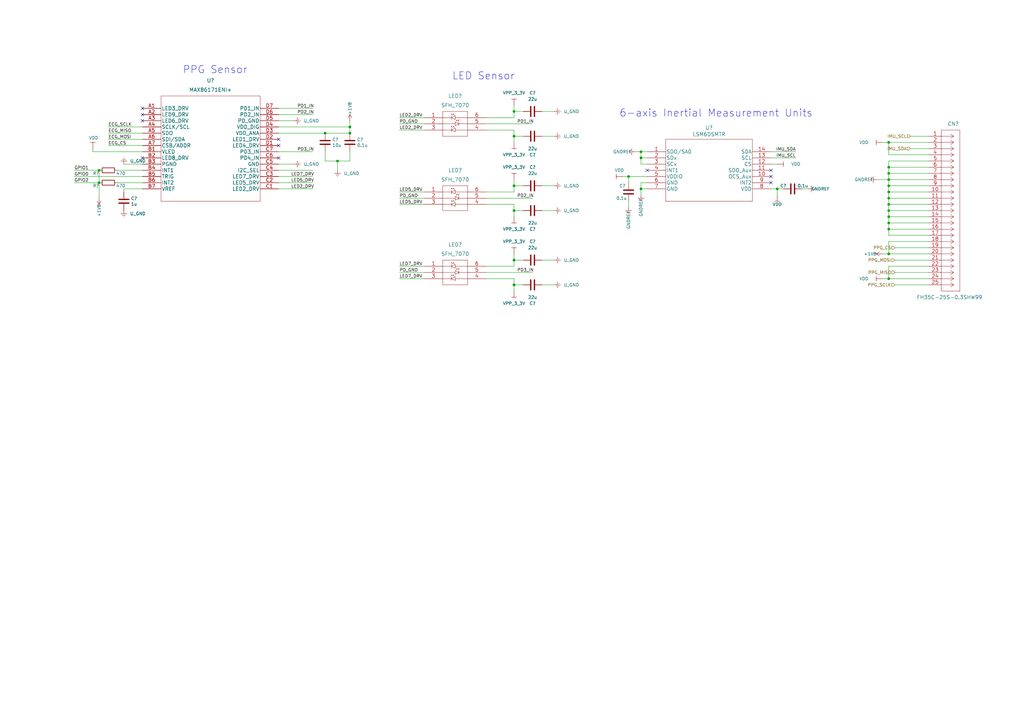
<source format=kicad_sch>
(kicad_sch (version 20211123) (generator eeschema)
  (paper "A3")
  (lib_symbols
    (symbol "Device:C" (pin_numbers hide) (pin_names (offset 0.254))
      (property "Reference" "C" (at 0.635 2.54 0))
      (property "Value" "C" (at 0.635 -2.54 0))
      (symbol "C_0_1"
        (polyline (pts (xy -2.032 -0.762) (xy 2.032 -0.762)) (stroke (width 0.508)))
        (polyline (pts (xy -2.032 0.762) (xy 2.032 0.762)) (stroke (width 0.508)))
      )
      (symbol "C_1_1"
        (pin passive line (at 0 3.81 270) (length 2.794) (name "~") (number "1"))
        (pin passive line (at 0 -3.81 90) (length 2.794) (name "~") (number "2"))
      )
    )
    (symbol "Device:R" (pin_numbers hide) (pin_names (offset 0))
      (property "Reference" "R" (at 2.032 0 90))
      (property "Value" "R" (at 0 0 90))
      (symbol "R_0_1"
        (rectangle (start -1.016 -2.54) (end 1.016 2.54) (stroke (width 0.254)))
      )
      (symbol "R_1_1"
        (pin passive line (at 0 3.81 270) (length 1.27) (name "~") (number "1"))
        (pin passive line (at 0 -3.81 90) (length 1.27) (name "~") (number "2"))
      )
    )
    (symbol "User_library:FH35C-25S-0.3SHW99" (pin_names (offset 0.254) hide)
      (property "Reference" "CN" (at 6.35 3.81 0))
      (property "Value" "User_library_FH35C-25S-0.3SHW99" (at 7.62 -64.77 0))
      (symbol "FH35C-25S-0.3SHW99_1_1"
        (polyline (pts (xy 5.08 -63.5) (xy 12.7 -63.5)) (stroke (width 0.127)))
        (polyline (pts (xy 5.08 2.54) (xy 5.08 -63.5)) (stroke (width 0.127)))
        (polyline (pts (xy 10.16 -60.96) (xy 5.08 -60.96)) (stroke (width 0.127)))
        (polyline (pts (xy 10.16 -60.96) (xy 8.89 -61.7982)) (stroke (width 0.127)))
        (polyline (pts (xy 10.16 -60.96) (xy 8.89 -60.1218)) (stroke (width 0.127)))
        (polyline (pts (xy 10.16 -58.42) (xy 5.08 -58.42)) (stroke (width 0.127)))
        (polyline (pts (xy 10.16 -58.42) (xy 8.89 -59.2582)) (stroke (width 0.127)))
        (polyline (pts (xy 10.16 -58.42) (xy 8.89 -57.5818)) (stroke (width 0.127)))
        (polyline (pts (xy 10.16 -55.88) (xy 5.08 -55.88)) (stroke (width 0.127)))
        (polyline (pts (xy 10.16 -55.88) (xy 8.89 -56.7182)) (stroke (width 0.127)))
        (polyline (pts (xy 10.16 -55.88) (xy 8.89 -55.0418)) (stroke (width 0.127)))
        (polyline (pts (xy 10.16 -53.34) (xy 5.08 -53.34)) (stroke (width 0.127)))
        (polyline (pts (xy 10.16 -53.34) (xy 8.89 -54.1782)) (stroke (width 0.127)))
        (polyline (pts (xy 10.16 -53.34) (xy 8.89 -52.5018)) (stroke (width 0.127)))
        (polyline (pts (xy 10.16 -50.8) (xy 5.08 -50.8)) (stroke (width 0.127)))
        (polyline (pts (xy 10.16 -50.8) (xy 8.89 -51.6382)) (stroke (width 0.127)))
        (polyline (pts (xy 10.16 -50.8) (xy 8.89 -49.9618)) (stroke (width 0.127)))
        (polyline (pts (xy 10.16 -48.26) (xy 5.08 -48.26)) (stroke (width 0.127)))
        (polyline (pts (xy 10.16 -48.26) (xy 8.89 -49.0982)) (stroke (width 0.127)))
        (polyline (pts (xy 10.16 -48.26) (xy 8.89 -47.4218)) (stroke (width 0.127)))
        (polyline (pts (xy 10.16 -45.72) (xy 5.08 -45.72)) (stroke (width 0.127)))
        (polyline (pts (xy 10.16 -45.72) (xy 8.89 -46.5582)) (stroke (width 0.127)))
        (polyline (pts (xy 10.16 -45.72) (xy 8.89 -44.8818)) (stroke (width 0.127)))
        (polyline (pts (xy 10.16 -43.18) (xy 5.08 -43.18)) (stroke (width 0.127)))
        (polyline (pts (xy 10.16 -43.18) (xy 8.89 -44.0182)) (stroke (width 0.127)))
        (polyline (pts (xy 10.16 -43.18) (xy 8.89 -42.3418)) (stroke (width 0.127)))
        (polyline (pts (xy 10.16 -40.64) (xy 5.08 -40.64)) (stroke (width 0.127)))
        (polyline (pts (xy 10.16 -40.64) (xy 8.89 -41.4782)) (stroke (width 0.127)))
        (polyline (pts (xy 10.16 -40.64) (xy 8.89 -39.8018)) (stroke (width 0.127)))
        (polyline (pts (xy 10.16 -38.1) (xy 5.08 -38.1)) (stroke (width 0.127)))
        (polyline (pts (xy 10.16 -38.1) (xy 8.89 -38.9382)) (stroke (width 0.127)))
        (polyline (pts (xy 10.16 -38.1) (xy 8.89 -37.2618)) (stroke (width 0.127)))
        (polyline (pts (xy 10.16 -35.56) (xy 5.08 -35.56)) (stroke (width 0.127)))
        (polyline (pts (xy 10.16 -35.56) (xy 8.89 -36.3982)) (stroke (width 0.127)))
        (polyline (pts (xy 10.16 -35.56) (xy 8.89 -34.7218)) (stroke (width 0.127)))
        (polyline (pts (xy 10.16 -33.02) (xy 5.08 -33.02)) (stroke (width 0.127)))
        (polyline (pts (xy 10.16 -33.02) (xy 8.89 -33.8582)) (stroke (width 0.127)))
        (polyline (pts (xy 10.16 -33.02) (xy 8.89 -32.1818)) (stroke (width 0.127)))
        (polyline (pts (xy 10.16 -30.48) (xy 5.08 -30.48)) (stroke (width 0.127)))
        (polyline (pts (xy 10.16 -30.48) (xy 8.89 -31.3182)) (stroke (width 0.127)))
        (polyline (pts (xy 10.16 -30.48) (xy 8.89 -29.6418)) (stroke (width 0.127)))
        (polyline (pts (xy 10.16 -27.94) (xy 5.08 -27.94)) (stroke (width 0.127)))
        (polyline (pts (xy 10.16 -27.94) (xy 8.89 -28.7782)) (stroke (width 0.127)))
        (polyline (pts (xy 10.16 -27.94) (xy 8.89 -27.1018)) (stroke (width 0.127)))
        (polyline (pts (xy 10.16 -25.4) (xy 5.08 -25.4)) (stroke (width 0.127)))
        (polyline (pts (xy 10.16 -25.4) (xy 8.89 -26.2382)) (stroke (width 0.127)))
        (polyline (pts (xy 10.16 -25.4) (xy 8.89 -24.5618)) (stroke (width 0.127)))
        (polyline (pts (xy 10.16 -22.86) (xy 5.08 -22.86)) (stroke (width 0.127)))
        (polyline (pts (xy 10.16 -22.86) (xy 8.89 -23.6982)) (stroke (width 0.127)))
        (polyline (pts (xy 10.16 -22.86) (xy 8.89 -22.0218)) (stroke (width 0.127)))
        (polyline (pts (xy 10.16 -20.32) (xy 5.08 -20.32)) (stroke (width 0.127)))
        (polyline (pts (xy 10.16 -20.32) (xy 8.89 -21.1582)) (stroke (width 0.127)))
        (polyline (pts (xy 10.16 -20.32) (xy 8.89 -19.4818)) (stroke (width 0.127)))
        (polyline (pts (xy 10.16 -17.78) (xy 5.08 -17.78)) (stroke (width 0.127)))
        (polyline (pts (xy 10.16 -17.78) (xy 8.89 -18.6182)) (stroke (width 0.127)))
        (polyline (pts (xy 10.16 -17.78) (xy 8.89 -16.9418)) (stroke (width 0.127)))
        (polyline (pts (xy 10.16 -15.24) (xy 5.08 -15.24)) (stroke (width 0.127)))
        (polyline (pts (xy 10.16 -15.24) (xy 8.89 -16.0782)) (stroke (width 0.127)))
        (polyline (pts (xy 10.16 -15.24) (xy 8.89 -14.4018)) (stroke (width 0.127)))
        (polyline (pts (xy 10.16 -12.7) (xy 5.08 -12.7)) (stroke (width 0.127)))
        (polyline (pts (xy 10.16 -12.7) (xy 8.89 -13.5382)) (stroke (width 0.127)))
        (polyline (pts (xy 10.16 -12.7) (xy 8.89 -11.8618)) (stroke (width 0.127)))
        (polyline (pts (xy 10.16 -10.16) (xy 5.08 -10.16)) (stroke (width 0.127)))
        (polyline (pts (xy 10.16 -10.16) (xy 8.89 -10.9982)) (stroke (width 0.127)))
        (polyline (pts (xy 10.16 -10.16) (xy 8.89 -9.3218)) (stroke (width 0.127)))
        (polyline (pts (xy 10.16 -7.62) (xy 5.08 -7.62)) (stroke (width 0.127)))
        (polyline (pts (xy 10.16 -7.62) (xy 8.89 -8.4582)) (stroke (width 0.127)))
        (polyline (pts (xy 10.16 -7.62) (xy 8.89 -6.7818)) (stroke (width 0.127)))
        (polyline (pts (xy 10.16 -5.08) (xy 5.08 -5.08)) (stroke (width 0.127)))
        (polyline (pts (xy 10.16 -5.08) (xy 8.89 -5.9182)) (stroke (width 0.127)))
        (polyline (pts (xy 10.16 -5.08) (xy 8.89 -4.2418)) (stroke (width 0.127)))
        (polyline (pts (xy 10.16 -2.54) (xy 5.08 -2.54)) (stroke (width 0.127)))
        (polyline (pts (xy 10.16 -2.54) (xy 8.89 -3.3782)) (stroke (width 0.127)))
        (polyline (pts (xy 10.16 -2.54) (xy 8.89 -1.7018)) (stroke (width 0.127)))
        (polyline (pts (xy 10.16 0) (xy 5.08 0)) (stroke (width 0.127)))
        (polyline (pts (xy 10.16 0) (xy 8.89 -0.8382)) (stroke (width 0.127)))
        (polyline (pts (xy 10.16 0) (xy 8.89 0.8382)) (stroke (width 0.127)))
        (polyline (pts (xy 12.7 -63.5) (xy 12.7 2.54)) (stroke (width 0.127)))
        (polyline (pts (xy 12.7 2.54) (xy 5.08 2.54)) (stroke (width 0.127)))
        (pin unspecified line (at 0 0 0) (length 5.08) (name "1") (number "1"))
        (pin unspecified line (at 0 -22.86 0) (length 5.08) (name "10") (number "10"))
        (pin unspecified line (at 0 -25.4 0) (length 5.08) (name "11") (number "11"))
        (pin unspecified line (at 0 -27.94 0) (length 5.08) (name "12") (number "12"))
        (pin unspecified line (at 0 -30.48 0) (length 5.08) (name "13") (number "13"))
        (pin unspecified line (at 0 -33.02 0) (length 5.08) (name "14") (number "14"))
        (pin unspecified line (at 0 -35.56 0) (length 5.08) (name "15") (number "15"))
        (pin unspecified line (at 0 -38.1 0) (length 5.08) (name "16") (number "16"))
        (pin unspecified line (at 0 -40.64 0) (length 5.08) (name "17") (number "17"))
        (pin unspecified line (at 0 -43.18 0) (length 5.08) (name "18") (number "18"))
        (pin unspecified line (at 0 -45.72 0) (length 5.08) (name "19") (number "19"))
        (pin unspecified line (at 0 -2.54 0) (length 5.08) (name "2") (number "2"))
        (pin unspecified line (at 0 -48.26 0) (length 5.08) (name "20") (number "20"))
        (pin unspecified line (at 0 -50.8 0) (length 5.08) (name "21") (number "21"))
        (pin unspecified line (at 0 -53.34 0) (length 5.08) (name "22") (number "22"))
        (pin unspecified line (at 0 -55.88 0) (length 5.08) (name "23") (number "23"))
        (pin unspecified line (at 0 -58.42 0) (length 5.08) (name "24") (number "24"))
        (pin unspecified line (at 0 -60.96 0) (length 5.08) (name "25") (number "25"))
        (pin unspecified line (at 0 -5.08 0) (length 5.08) (name "3") (number "3"))
        (pin unspecified line (at 0 -7.62 0) (length 5.08) (name "4") (number "4"))
        (pin unspecified line (at 0 -10.16 0) (length 5.08) (name "5") (number "5"))
        (pin unspecified line (at 0 -12.7 0) (length 5.08) (name "6") (number "6"))
        (pin unspecified line (at 0 -15.24 0) (length 5.08) (name "7") (number "7"))
        (pin unspecified line (at 0 -17.78 0) (length 5.08) (name "8") (number "8"))
        (pin unspecified line (at 0 -20.32 0) (length 5.08) (name "9") (number "9"))
      )
    )
    (symbol "User_library:LSM6DSMTR" (pin_names (offset 0.254))
      (property "Reference" "U" (at 22.86 7.62 0))
      (property "Value" "LSM6DSMTR" (at 26.67 -21.59 0))
      (symbol "LSM6DSMTR_1_1"
        (polyline (pts (xy 7.62 -20.32) (xy 43.18 -20.32)) (stroke (width 0.127)))
        (polyline (pts (xy 7.62 5.08) (xy 7.62 -20.32)) (stroke (width 0.127)))
        (polyline (pts (xy 43.18 -20.32) (xy 43.18 5.08)) (stroke (width 0.127)))
        (polyline (pts (xy 43.18 5.08) (xy 7.62 5.08)) (stroke (width 0.127)))
        (pin bidirectional line (at 0 0 0) (length 7.62) (name "SDO/SA0") (number "1"))
        (pin unspecified line (at 50.8 -10.16 180) (length 7.62) (name "OCS_Aux") (number "10"))
        (pin unspecified line (at 50.8 -7.62 180) (length 7.62) (name "SDO_Aux") (number "11"))
        (pin input line (at 50.8 -5.08 180) (length 7.62) (name "CS") (number "12"))
        (pin input line (at 50.8 -2.54 180) (length 7.62) (name "SCL") (number "13"))
        (pin bidirectional line (at 50.8 0 180) (length 7.62) (name "SDA") (number "14"))
        (pin unspecified line (at 0 -2.54 0) (length 7.62) (name "SDx") (number "2"))
        (pin unspecified line (at 0 -5.08 0) (length 7.62) (name "SCx") (number "3"))
        (pin output line (at 0 -7.62 0) (length 7.62) (name "INT1") (number "4"))
        (pin power_in line (at 0 -10.16 0) (length 7.62) (name "VDDIO") (number "5"))
        (pin power_in line (at 0 -12.7 0) (length 7.62) (name "GND") (number "6"))
        (pin power_in line (at 0 -15.24 0) (length 7.62) (name "GND") (number "7"))
        (pin power_in line (at 50.8 -15.24 180) (length 7.62) (name "VDD") (number "8"))
        (pin output line (at 50.8 -12.7 180) (length 7.62) (name "INT2") (number "9"))
      )
    )
    (symbol "User_library:MAX86171ENI+" (pin_names (offset 0.254))
      (property "Reference" "U" (at 27.94 10.16 0))
      (property "Value" "MAX86171ENI+" (at 27.94 7.62 0))
      (symbol "MAX86171ENI+_1_1"
        (polyline (pts (xy 7.62 -38.1) (xy 48.26 -38.1)) (stroke (width 0.127)))
        (polyline (pts (xy 7.62 5.08) (xy 7.62 -38.1)) (stroke (width 0.127)))
        (polyline (pts (xy 48.26 -38.1) (xy 48.26 5.08)) (stroke (width 0.127)))
        (polyline (pts (xy 48.26 5.08) (xy 7.62 5.08)) (stroke (width 0.127)))
        (pin output line (at 0 0 0) (length 7.62) (name "LED3_DRV") (number "A1"))
        (pin output line (at 0 -2.54 0) (length 7.62) (name "LED9_DRV") (number "A2"))
        (pin output line (at 0 -5.08 0) (length 7.62) (name "LED6_DRV") (number "A3"))
        (pin unspecified line (at 0 -7.62 0) (length 7.62) (name "SCLK/SCL") (number "A4"))
        (pin output line (at 0 -10.16 0) (length 7.62) (name "SDO") (number "A5"))
        (pin input line (at 0 -12.7 0) (length 7.62) (name "SDI/SDA") (number "A6"))
        (pin input line (at 0 -15.24 0) (length 7.62) (name "CSB/ADDR") (number "A7"))
        (pin input line (at 0 -17.78 0) (length 7.62) (name "VLED") (number "B1"))
        (pin output line (at 0 -20.32 0) (length 7.62) (name "LED8_DRV") (number "B2"))
        (pin power_in line (at 0 -22.86 0) (length 7.62) (name "PGND") (number "B3"))
        (pin output line (at 0 -25.4 0) (length 7.62) (name "INT1") (number "B4"))
        (pin input line (at 0 -27.94 0) (length 7.62) (name "TRIG") (number "B5"))
        (pin output line (at 0 -30.48 0) (length 7.62) (name "INT2") (number "B6"))
        (pin unspecified line (at 0 -33.02 0) (length 7.62) (name "VREF") (number "B7"))
        (pin output line (at 55.88 -33.02 180) (length 7.62) (name "LED2_DRV") (number "C1"))
        (pin output line (at 55.88 -30.48 180) (length 7.62) (name "LED5_DRV") (number "C2"))
        (pin output line (at 55.88 -27.94 180) (length 7.62) (name "LED7_DRV") (number "C3"))
        (pin input line (at 55.88 -25.4 180) (length 7.62) (name "I2C_SEL") (number "C4"))
        (pin power_in line (at 55.88 -22.86 180) (length 7.62) (name "GND") (number "C5"))
        (pin input line (at 55.88 -20.32 180) (length 7.62) (name "PD4_IN") (number "C6"))
        (pin input line (at 55.88 -17.78 180) (length 7.62) (name "PD3_IN") (number "C7"))
        (pin output line (at 55.88 -15.24 180) (length 7.62) (name "LED4_DRV") (number "D1"))
        (pin output line (at 55.88 -12.7 180) (length 7.62) (name "LED1_DRV") (number "D2"))
        (pin power_in line (at 55.88 -10.16 180) (length 7.62) (name "VDD_ANA") (number "D3"))
        (pin power_in line (at 55.88 -7.62 180) (length 7.62) (name "VDD_DIG") (number "D4"))
        (pin unspecified line (at 55.88 -5.08 180) (length 7.62) (name "PD_GND") (number "D5"))
        (pin input line (at 55.88 -2.54 180) (length 7.62) (name "PD2_IN") (number "D6"))
        (pin input line (at 55.88 0 180) (length 7.62) (name "PD1_IN") (number "D7"))
      )
    )
    (symbol "User_library:SFH_7070" (pin_names (offset 0.254) hide)
      (property "Reference" "LED" (at 12.7 7.62 0))
      (property "Value" "SFH_7070" (at 12.7 5.08 0))
      (symbol "SFH_7070_1_1"
        (polyline (pts (xy 7.62 -7.62) (xy 17.78 -7.62)) (stroke (width 0.127)))
        (polyline (pts (xy 7.62 2.54) (xy 7.62 -7.62)) (stroke (width 0.127)))
        (polyline (pts (xy 11.176 -5.842) (xy 11.176 -4.318)) (stroke (width 0.127)))
        (polyline (pts (xy 11.176 -5.08) (xy 7.62 -5.08)) (stroke (width 0.127)))
        (polyline (pts (xy 11.176 -5.08) (xy 12.7 -5.842)) (stroke (width 0.127)))
        (polyline (pts (xy 11.176 -3.556) (xy 11.176 -3.81)) (stroke (width 0.127)))
        (polyline (pts (xy 11.176 -3.556) (xy 11.684 -4.064)) (stroke (width 0.127)))
        (polyline (pts (xy 11.176 -0.762) (xy 11.176 0.762)) (stroke (width 0.127)))
        (polyline (pts (xy 11.176 0) (xy 7.62 0)) (stroke (width 0.127)))
        (polyline (pts (xy 11.176 0) (xy 12.7 -0.762)) (stroke (width 0.127)))
        (polyline (pts (xy 11.176 1.524) (xy 11.176 1.27)) (stroke (width 0.127)))
        (polyline (pts (xy 11.176 1.524) (xy 11.684 1.016)) (stroke (width 0.127)))
        (polyline (pts (xy 11.43 -3.556) (xy 11.176 -3.556)) (stroke (width 0.127)))
        (polyline (pts (xy 11.43 1.524) (xy 11.176 1.524)) (stroke (width 0.127)))
        (polyline (pts (xy 11.938 -3.556) (xy 11.938 -3.81)) (stroke (width 0.127)))
        (polyline (pts (xy 11.938 -3.556) (xy 12.192 -3.556)) (stroke (width 0.127)))
        (polyline (pts (xy 11.938 1.524) (xy 11.938 1.27)) (stroke (width 0.127)))
        (polyline (pts (xy 11.938 1.524) (xy 12.192 1.524)) (stroke (width 0.127)))
        (polyline (pts (xy 12.446 -4.064) (xy 11.938 -3.556)) (stroke (width 0.127)))
        (polyline (pts (xy 12.446 1.016) (xy 11.938 1.524)) (stroke (width 0.127)))
        (polyline (pts (xy 12.7 -5.842) (xy 12.7 -4.318)) (stroke (width 0.127)))
        (polyline (pts (xy 12.7 -5.08) (xy 17.78 -5.08)) (stroke (width 0.127)))
        (polyline (pts (xy 12.7 -4.318) (xy 11.176 -5.08)) (stroke (width 0.127)))
        (polyline (pts (xy 12.7 -3.302) (xy 12.7 -1.778)) (stroke (width 0.127)))
        (polyline (pts (xy 12.7 -2.54) (xy 7.62 -2.54)) (stroke (width 0.127)))
        (polyline (pts (xy 12.7 -1.778) (xy 14.224 -2.54)) (stroke (width 0.127)))
        (polyline (pts (xy 12.7 -0.762) (xy 12.7 0.762)) (stroke (width 0.127)))
        (polyline (pts (xy 12.7 0) (xy 17.78 0)) (stroke (width 0.127)))
        (polyline (pts (xy 12.7 0.762) (xy 11.176 0)) (stroke (width 0.127)))
        (polyline (pts (xy 13.208 -1.27) (xy 13.208 -1.016)) (stroke (width 0.127)))
        (polyline (pts (xy 13.208 -1.27) (xy 13.716 -0.762)) (stroke (width 0.127)))
        (polyline (pts (xy 13.462 -1.27) (xy 13.208 -1.27)) (stroke (width 0.127)))
        (polyline (pts (xy 13.97 -1.27) (xy 13.97 -1.016)) (stroke (width 0.127)))
        (polyline (pts (xy 13.97 -1.27) (xy 14.224 -1.27)) (stroke (width 0.127)))
        (polyline (pts (xy 14.224 -3.302) (xy 14.224 -1.778)) (stroke (width 0.127)))
        (polyline (pts (xy 14.224 -2.54) (xy 12.7 -3.302)) (stroke (width 0.127)))
        (polyline (pts (xy 14.224 -2.54) (xy 17.78 -2.54)) (stroke (width 0.127)))
        (polyline (pts (xy 14.478 -0.762) (xy 13.97 -1.27)) (stroke (width 0.127)))
        (polyline (pts (xy 17.78 -7.62) (xy 17.78 2.54)) (stroke (width 0.127)))
        (polyline (pts (xy 17.78 2.54) (xy 7.62 2.54)) (stroke (width 0.127)))
        (pin unspecified line (at 0 0 0) (length 7.62) (name "1") (number "1"))
        (pin unspecified line (at 0 -2.54 0) (length 7.62) (name "2") (number "2"))
        (pin unspecified line (at 0 -5.08 0) (length 7.62) (name "3") (number "3"))
        (pin unspecified line (at 25.4 -5.08 180) (length 7.62) (name "4") (number "4"))
        (pin unspecified line (at 25.4 -2.54 180) (length 7.62) (name "5") (number "5"))
        (pin unspecified line (at 25.4 0 180) (length 7.62) (name "6") (number "6"))
      )
    )
    (symbol "User_power:GND" (power) (pin_names (offset 0))
      (property "Value" "GND" (at 0 -3.81 0))
      (symbol "GND_0_1"
        (polyline (pts (xy -0.635 -1.905) (xy 0.635 -1.905)))
        (polyline (pts (xy -0.127 -2.54) (xy 0.127 -2.54)))
        (polyline (pts (xy 0 -1.27) (xy 0 0)))
        (polyline (pts (xy 1.27 -1.27) (xy -1.27 -1.27)))
      )
      (symbol "GND_1_1"
        (pin power_in line (at 0 0 270) (length 0) hide (name "U_GND") (number "1"))
      )
    )
    (symbol "User_power:VPP_3.3V" (power) (pin_names (offset 0))
      (property "Value" "VPP_3.3V" (at 0 3.81 0))
      (symbol "VPP_3.3V_0_1"
        (polyline (pts (xy -1.016 2.54) (xy 0 2.54)))
        (polyline (pts (xy 0 0) (xy 0 2.54)))
        (polyline (pts (xy 0 2.54) (xy 1.016 2.54)))
      )
      (symbol "VPP_3.3V_1_1"
        (pin power_in line (at 0 0 90) (length 0) hide (name "VPP_3_3V") (number "1"))
      )
    )
    (symbol "power:+1V8" (power) (pin_names (offset 0))
      (property "Value" "+1V8" (at 0 3.556 0))
      (symbol "+1V8_0_1"
        (polyline (pts (xy -0.762 1.27) (xy 0 2.54)))
        (polyline (pts (xy 0 0) (xy 0 2.54)))
        (polyline (pts (xy 0 2.54) (xy 0.762 1.27)))
      )
      (symbol "+1V8_1_1"
        (pin power_in line (at 0 0 90) (length 0) hide (name "+1V8") (number "1"))
      )
    )
    (symbol "sensor_V1-rescue:GND-User_power" (power) (pin_names (offset 0))
      (property "Value" "GND-User_power" (at 0 -3.81 0))
      (symbol "GND-User_power_0_1"
        (polyline (pts (xy -0.635 -1.905) (xy 0.635 -1.905)))
        (polyline (pts (xy -0.127 -2.54) (xy 0.127 -2.54)))
        (polyline (pts (xy 0 -1.27) (xy 0 0)))
        (polyline (pts (xy 1.27 -1.27) (xy -1.27 -1.27)))
      )
      (symbol "GND-User_power_1_1"
        (pin power_in line (at 0 0 270) (length 0) hide (name "GNDREF") (number "1"))
      )
    )
    (symbol "sensor_V1-rescue:VPP_3.3V-User_power" (power) (pin_names (offset 0))
      (property "Value" "VPP_3.3V-User_power" (at 0 3.81 0))
      (symbol "VPP_3.3V-User_power_0_1"
        (polyline (pts (xy -1.016 2.54) (xy 0 2.54)))
        (polyline (pts (xy 0 0) (xy 0 2.54)))
        (polyline (pts (xy 0 2.54) (xy 1.016 2.54)))
      )
      (symbol "VPP_3.3V-User_power_1_1"
        (pin power_in line (at 0 0 90) (length 0) hide (name "VDD") (number "1"))
      )
    )
  )
  (junction (at 364.49 71.12))
  (junction (at 364.49 93.98))
  (junction (at 210.82 116.84))
  (junction (at 210.82 106.68))
  (junction (at 364.49 83.82))
  (junction (at 262.89 62.23))
  (junction (at 364.49 104.14))
  (junction (at 364.49 114.3))
  (junction (at 364.49 88.9))
  (junction (at 143.51 52.07))
  (junction (at 364.49 81.28))
  (junction (at 364.49 68.58))
  (junction (at 364.49 91.44))
  (junction (at 257.81 72.39))
  (junction (at 210.82 45.72))
  (junction (at 262.89 77.47))
  (junction (at 143.51 54.61))
  (junction (at 40.64 74.93))
  (junction (at 210.82 76.2))
  (junction (at 133.35 54.61))
  (junction (at 364.49 86.36))
  (junction (at 210.82 86.36))
  (junction (at 318.77 77.47))
  (junction (at 364.49 58.42))
  (junction (at 262.89 64.77))
  (junction (at 210.82 55.88))
  (junction (at 364.49 76.2))
  (junction (at 364.49 73.66))
  (junction (at 40.64 69.85))
  (junction (at 138.43 66.04))
  (junction (at 364.49 78.74))
  (no_connect (at 58.42 46.99))
  (no_connect (at 316.23 74.93))
  (no_connect (at 316.23 69.85))
  (no_connect (at 316.23 72.39))
  (no_connect (at 265.43 69.85))
  (no_connect (at 58.42 49.53))
  (no_connect (at 58.42 44.45))
  (no_connect (at 114.3 57.15))
  (no_connect (at 114.3 64.77))
  (no_connect (at 114.3 59.69))
  (no_connect (at 58.42 64.77))
  (wire (pts (xy 364.49 73.66) (xy 381 73.66)))
  (wire (pts (xy 257.81 72.39) (xy 265.43 72.39)))
  (wire (pts (xy 210.82 106.68) (xy 214.63 106.68)))
  (wire (pts (xy 114.3 69.85) (xy 128.27 69.85)))
  (wire (pts (xy 361.95 58.42) (xy 364.49 58.42)))
  (wire (pts (xy 199.39 50.8) (xy 218.44 50.8)))
  (wire (pts (xy 199.39 114.3) (xy 210.82 114.3)))
  (wire (pts (xy 381 101.6) (xy 367.03 101.6)))
  (wire (pts (xy 318.77 80.01) (xy 318.77 77.47)))
  (wire (pts (xy 30.48 69.85) (xy 40.64 69.85)))
  (wire (pts (xy 364.49 114.3) (xy 381 114.3)))
  (wire (pts (xy 114.3 46.99) (xy 128.27 46.99)))
  (wire (pts (xy 364.49 96.52) (xy 364.49 93.98)))
  (wire (pts (xy 163.83 50.8) (xy 173.99 50.8)))
  (wire (pts (xy 133.35 54.61) (xy 143.51 54.61)))
  (wire (pts (xy 30.48 74.93) (xy 40.64 74.93)))
  (wire (pts (xy 364.49 71.12) (xy 364.49 73.66)))
  (wire (pts (xy 260.35 62.23) (xy 262.89 62.23)))
  (wire (pts (xy 265.43 74.93) (xy 262.89 74.93)))
  (wire (pts (xy 265.43 77.47) (xy 262.89 77.47)))
  (wire (pts (xy 114.3 77.47) (xy 128.27 77.47)))
  (wire (pts (xy 199.39 78.74) (xy 210.82 78.74)))
  (wire (pts (xy 58.42 77.47) (xy 50.8 77.47)))
  (wire (pts (xy 143.51 49.53) (xy 143.51 52.07)))
  (wire (pts (xy 222.25 76.2) (xy 227.33 76.2)))
  (wire (pts (xy 199.39 109.22) (xy 210.82 109.22)))
  (wire (pts (xy 210.82 45.72) (xy 214.63 45.72)))
  (wire (pts (xy 44.45 57.15) (xy 58.42 57.15)))
  (wire (pts (xy 44.45 59.69) (xy 58.42 59.69)))
  (wire (pts (xy 364.49 86.36) (xy 364.49 88.9)))
  (wire (pts (xy 361.95 104.14) (xy 364.49 104.14)))
  (wire (pts (xy 265.43 67.31) (xy 262.89 67.31)))
  (wire (pts (xy 364.49 104.14) (xy 381 104.14)))
  (wire (pts (xy 381 78.74) (xy 364.49 78.74)))
  (wire (pts (xy 262.89 64.77) (xy 265.43 64.77)))
  (wire (pts (xy 381 93.98) (xy 364.49 93.98)))
  (wire (pts (xy 40.64 69.85) (xy 40.64 74.93)))
  (wire (pts (xy 316.23 77.47) (xy 318.77 77.47)))
  (wire (pts (xy 44.45 54.61) (xy 58.42 54.61)))
  (wire (pts (xy 163.83 81.28) (xy 173.99 81.28)))
  (wire (pts (xy 381 111.76) (xy 367.03 111.76)))
  (wire (pts (xy 364.49 76.2) (xy 364.49 78.74)))
  (wire (pts (xy 373.38 55.88) (xy 381 55.88)))
  (wire (pts (xy 381 76.2) (xy 364.49 76.2)))
  (wire (pts (xy 257.81 74.93) (xy 257.81 72.39)))
  (wire (pts (xy 262.89 77.47) (xy 262.89 80.01)))
  (wire (pts (xy 114.3 62.23) (xy 128.27 62.23)))
  (wire (pts (xy 364.49 58.42) (xy 381 58.42)))
  (wire (pts (xy 163.83 48.26) (xy 173.99 48.26)))
  (wire (pts (xy 38.1 62.23) (xy 38.1 60.96)))
  (wire (pts (xy 114.3 67.31) (xy 120.65 67.31)))
  (wire (pts (xy 163.83 78.74) (xy 173.99 78.74)))
  (wire (pts (xy 364.49 81.28) (xy 364.49 83.82)))
  (wire (pts (xy 133.35 62.23) (xy 133.35 66.04)))
  (wire (pts (xy 210.82 106.68) (xy 210.82 109.22)))
  (wire (pts (xy 381 91.44) (xy 364.49 91.44)))
  (wire (pts (xy 364.49 63.5) (xy 364.49 58.42)))
  (wire (pts (xy 257.81 82.55) (xy 257.81 85.09)))
  (wire (pts (xy 210.82 104.14) (xy 210.82 106.68)))
  (wire (pts (xy 163.83 53.34) (xy 173.99 53.34)))
  (wire (pts (xy 364.49 99.06) (xy 364.49 104.14)))
  (wire (pts (xy 38.1 62.23) (xy 58.42 62.23)))
  (wire (pts (xy 114.3 72.39) (xy 128.27 72.39)))
  (wire (pts (xy 210.82 119.38) (xy 210.82 116.84)))
  (wire (pts (xy 210.82 45.72) (xy 210.82 48.26)))
  (wire (pts (xy 199.39 81.28) (xy 218.44 81.28)))
  (wire (pts (xy 381 86.36) (xy 364.49 86.36)))
  (wire (pts (xy 114.3 44.45) (xy 128.27 44.45)))
  (wire (pts (xy 262.89 74.93) (xy 262.89 77.47)))
  (wire (pts (xy 222.25 86.36) (xy 227.33 86.36)))
  (wire (pts (xy 48.26 69.85) (xy 58.42 69.85)))
  (wire (pts (xy 114.3 54.61) (xy 133.35 54.61)))
  (wire (pts (xy 381 81.28) (xy 364.49 81.28)))
  (wire (pts (xy 364.49 71.12) (xy 381 71.12)))
  (wire (pts (xy 199.39 48.26) (xy 210.82 48.26)))
  (wire (pts (xy 364.49 66.04) (xy 364.49 68.58)))
  (wire (pts (xy 30.48 72.39) (xy 58.42 72.39)))
  (wire (pts (xy 163.83 83.82) (xy 173.99 83.82)))
  (wire (pts (xy 364.49 66.04) (xy 381 66.04)))
  (wire (pts (xy 210.82 88.9) (xy 210.82 86.36)))
  (wire (pts (xy 114.3 74.93) (xy 128.27 74.93)))
  (wire (pts (xy 163.83 111.76) (xy 173.99 111.76)))
  (wire (pts (xy 262.89 62.23) (xy 265.43 62.23)))
  (wire (pts (xy 114.3 52.07) (xy 143.51 52.07)))
  (wire (pts (xy 381 83.82) (xy 364.49 83.82)))
  (wire (pts (xy 210.82 73.66) (xy 210.82 76.2)))
  (wire (pts (xy 222.25 55.88) (xy 227.33 55.88)))
  (wire (pts (xy 114.3 49.53) (xy 120.65 49.53)))
  (wire (pts (xy 138.43 66.04) (xy 138.43 69.85)))
  (wire (pts (xy 359.41 73.66) (xy 364.49 73.66)))
  (wire (pts (xy 361.95 114.3) (xy 364.49 114.3)))
  (wire (pts (xy 364.49 68.58) (xy 364.49 71.12)))
  (wire (pts (xy 210.82 55.88) (xy 210.82 53.34)))
  (wire (pts (xy 364.49 88.9) (xy 364.49 91.44)))
  (wire (pts (xy 222.25 116.84) (xy 227.33 116.84)))
  (wire (pts (xy 316.23 62.23) (xy 326.39 62.23)))
  (wire (pts (xy 381 88.9) (xy 364.49 88.9)))
  (wire (pts (xy 199.39 53.34) (xy 210.82 53.34)))
  (wire (pts (xy 222.25 106.68) (xy 227.33 106.68)))
  (wire (pts (xy 262.89 67.31) (xy 262.89 64.77)))
  (wire (pts (xy 199.39 111.76) (xy 218.44 111.76)))
  (wire (pts (xy 163.83 114.3) (xy 173.99 114.3)))
  (wire (pts (xy 50.8 77.47) (xy 50.8 78.74)))
  (wire (pts (xy 199.39 83.82) (xy 210.82 83.82)))
  (wire (pts (xy 373.38 60.96) (xy 381 60.96)))
  (wire (pts (xy 210.82 86.36) (xy 210.82 83.82)))
  (wire (pts (xy 381 68.58) (xy 364.49 68.58)))
  (wire (pts (xy 163.83 109.22) (xy 173.99 109.22)))
  (wire (pts (xy 381 116.84) (xy 367.03 116.84)))
  (wire (pts (xy 262.89 64.77) (xy 262.89 62.23)))
  (wire (pts (xy 58.42 67.31) (xy 50.8 67.31)))
  (wire (pts (xy 364.49 81.28) (xy 364.49 78.74)))
  (wire (pts (xy 48.26 74.93) (xy 58.42 74.93)))
  (wire (pts (xy 210.82 116.84) (xy 210.82 114.3)))
  (wire (pts (xy 143.51 62.23) (xy 143.51 66.04)))
  (wire (pts (xy 133.35 66.04) (xy 138.43 66.04)))
  (wire (pts (xy 210.82 76.2) (xy 214.63 76.2)))
  (wire (pts (xy 364.49 63.5) (xy 381 63.5)))
  (wire (pts (xy 255.27 72.39) (xy 257.81 72.39)))
  (wire (pts (xy 364.49 109.22) (xy 364.49 114.3)))
  (wire (pts (xy 40.64 74.93) (xy 40.64 81.28)))
  (wire (pts (xy 381 109.22) (xy 364.49 109.22)))
  (wire (pts (xy 210.82 58.42) (xy 210.82 55.88)))
  (wire (pts (xy 143.51 52.07) (xy 143.51 54.61)))
  (wire (pts (xy 381 106.68) (xy 367.03 106.68)))
  (wire (pts (xy 210.82 43.18) (xy 210.82 45.72)))
  (wire (pts (xy 210.82 76.2) (xy 210.82 78.74)))
  (wire (pts (xy 210.82 55.88) (xy 214.63 55.88)))
  (wire (pts (xy 316.23 64.77) (xy 326.39 64.77)))
  (wire (pts (xy 381 96.52) (xy 364.49 96.52)))
  (wire (pts (xy 364.49 86.36) (xy 364.49 83.82)))
  (wire (pts (xy 210.82 116.84) (xy 214.63 116.84)))
  (wire (pts (xy 318.77 67.31) (xy 316.23 67.31)))
  (wire (pts (xy 210.82 86.36) (xy 214.63 86.36)))
  (wire (pts (xy 138.43 66.04) (xy 143.51 66.04)))
  (wire (pts (xy 321.31 77.47) (xy 318.77 77.47)))
  (wire (pts (xy 328.93 77.47) (xy 331.47 77.47)))
  (wire (pts (xy 381 99.06) (xy 364.49 99.06)))
  (wire (pts (xy 44.45 52.07) (xy 58.42 52.07)))
  (wire (pts (xy 364.49 73.66) (xy 364.49 76.2)))
  (wire (pts (xy 222.25 45.72) (xy 227.33 45.72)))
  (wire (pts (xy 364.49 91.44) (xy 364.49 93.98)))
  (text "PPG Sensor" (at 74.93 30.48 0) (effects (font (size 3 3)) (justify left bottom)))
  (text "LED Sensor" (at 185.42 33.02 0) (effects (font (size 3 3)) (justify left bottom)))
  (text "6-axis Inertial Measurement Units" (at 254 48.26 0) (effects (font (size 3 3)) (justify left bottom)))
  (label "ECG_SCLK" (at 44.45 52.07 0))
  (label "PD_GND" (at 163.83 81.28 0))
  (label "PD1_IN" (at 212.09 50.8 0))
  (label "ECG_MISO" (at 44.45 54.61 0))
  (label "PD_GND" (at 163.83 50.8 0))
  (label "PD3_IN" (at 212.09 111.76 0))
  (label "LED7_DRV" (at 163.83 109.22 0))
  (label "PD1_IN" (at 121.92 44.45 0))
  (label "LED5_DRV" (at 163.83 83.82 0))
  (label "LED7_DRV" (at 119.38 72.39 0))
  (label "LED2_DRV" (at 119.38 77.47 0))
  (label "PD_GND" (at 163.83 111.76 0))
  (label "PD2_IN" (at 121.92 46.99 0))
  (label "GPIO2" (at 30.48 74.93 0))
  (label "ECG_MOSI" (at 44.45 57.15 0))
  (label "GPIO0" (at 30.48 72.39 0))
  (label "LED5_DRV" (at 163.83 78.74 0))
  (label "GPIO1" (at 30.48 69.85 0))
  (label "LED2_DRV" (at 163.83 48.26 0))
  (label "IMU_SDA" (at 326.39 62.23 180))
  (label "PD3_IN" (at 121.92 62.23 0))
  (label "LED7_DRV" (at 163.83 114.3 0))
  (label "ECG_CS" (at 44.45 59.69 0))
  (label "IMU_SCL" (at 326.39 64.77 180))
  (label "LED5_DRV" (at 119.38 74.93 0))
  (label "LED2_DRV" (at 163.83 53.34 0))
  (label "PD2_IN" (at 212.09 81.28 0))
  (hierarchical_label "IMU_SCL" (shape input) (at 373.38 55.88 180))
  (hierarchical_label "PPG_MISO" (shape input) (at 367.03 111.76 180))
  (hierarchical_label "PPG_SCLK" (shape input) (at 367.03 116.84 180))
  (hierarchical_label "IMU_SDA" (shape input) (at 373.38 60.96 180))
  (hierarchical_label "PPG_MOSI" (shape input) (at 367.03 106.68 180))
  (hierarchical_label "PPG_CS" (shape input) (at 367.03 101.6 180))
  (symbol (lib_id "User_power:GND") (at 227.33 106.68 90) (unit 1)
    (property "Reference" "#PWR?" (effects hide))
    (property "Value" "GND" (at 231.14 106.6799 90) (effects (justify right)))
  )
  (symbol (lib_id "User_power:VPP_3.3V") (at 210.82 104.14 0) (unit 1)
    (property "Reference" "#PWR?" (effects hide))
    (property "Value" "VPP_3.3V" (at 210.82 99.06 0))
  )
  (symbol (lib_id "sensor_V1-rescue:VPP_3.3V-User_power") (at 318.77 80.01 180) (unit 1)
    (property "Reference" "#PWR?" (effects hide))
    (property "Value" "VPP_3.3V" (at 318.77 83.82 0))
  )
  (symbol (lib_id "User_power:GND") (at 227.33 45.72 90) (unit 1)
    (property "Reference" "#PWR?" (effects hide))
    (property "Value" "GND" (at 231.14 45.7199 90) (effects (justify right)))
  )
  (symbol (lib_id "Device:R") (at 44.45 74.93 270) (unit 1)
    (property "Reference" "R?" (at 39.37 76.2 90))
    (property "Value" "470" (at 49.53 76.2 90))
    (property "Footprint" "Resistor_SMD:R_0402_1005Metric" (effects hide))
  )
  (symbol (lib_id "sensor_V1-rescue:VPP_3.3V-User_power") (at 38.1 60.96 0) (unit 1)
    (property "Reference" "#PWR?" (effects hide))
    (property "Value" "VPP_3.3V" (at 38.354 56.5658 0))
  )
  (symbol (lib_id "power:+1V8") (at 143.51 49.53 0) (unit 1)
    (property "Reference" "#PWR?" (effects hide))
    (property "Value" "+1V8" (at 143.51 44.45 90))
  )
  (symbol (lib_id "sensor_V1-rescue:VPP_3.3V-User_power") (at 361.95 58.42 90) (unit 1)
    (property "Reference" "#PWR?" (effects hide))
    (property "Value" "VPP_3.3V" (at 354.33 58.42 90))
  )
  (symbol (lib_id "sensor_V1-rescue:GND-User_power") (at 257.81 85.09 0) (unit 1)
    (property "Reference" "#PWR?" (effects hide))
    (property "Value" "GND" (at 257.81 90.17 90))
  )
  (symbol (lib_id "Device:C") (at 325.12 77.47 90) (unit 1)
    (property "Reference" "C?" (at 322.58 76.2 90) (effects (justify left)))
    (property "Value" "0.1u" (at 331.47 76.2 90) (effects (justify left)))
    (property "Footprint" "User_library:UL_C_0402_1005Metric" (effects hide))
  )
  (symbol (lib_id "User_power:GND") (at 50.8 67.31 180) (unit 1)
    (property "Reference" "#PWR?" (effects hide))
    (property "Value" "GND" (at 53.34 66.0399 0) (effects (justify right)))
  )
  (symbol (lib_id "sensor_V1-rescue:GND-User_power") (at 359.41 73.66 270) (unit 1)
    (property "Reference" "#PWR?" (effects hide))
    (property "Value" "GND" (at 354.33 73.66 90))
  )
  (symbol (lib_id "User_library:SFH_7070") (at 173.99 48.26 0) (unit 1)
    (property "Reference" "LED?" (at 186.69 39.37 0) (effects (font (size 1.524 1.524))))
    (property "Value" "SFH_7070" (at 186.69 43.18 0) (effects (font (size 1.524 1.524))))
    (property "Footprint" "User_library:SFH7070" (effects hide))
  )
  (symbol (lib_id "Device:C") (at 257.81 78.74 0) (unit 1)
    (property "Reference" "C?" (at 254 76.2 0) (effects (justify left)))
    (property "Value" "0.1u" (at 252.73 81.28 0) (effects (justify left)))
    (property "Footprint" "User_library:UL_C_0402_1005Metric" (effects hide))
  )
  (symbol (lib_id "User_power:VPP_3.3V") (at 210.82 119.38 0) (mirror x) (unit 1)
    (property "Reference" "#PWR?" (effects hide))
    (property "Value" "VPP_3.3V" (at 210.82 124.46 0))
  )
  (symbol (lib_id "sensor_V1-rescue:VPP_3.3V-User_power") (at 255.27 72.39 90) (unit 1)
    (property "Reference" "#PWR?" (effects hide))
    (property "Value" "VPP_3.3V" (at 254 69.85 90))
  )
  (symbol (lib_id "power:+1V8") (at 40.64 81.28 180) (unit 1)
    (property "Reference" "#PWR?" (effects hide))
    (property "Value" "+1V8" (at 40.64 86.36 90))
  )
  (symbol (lib_id "User_power:VPP_3.3V") (at 210.82 73.66 0) (unit 1)
    (property "Reference" "#PWR?" (effects hide))
    (property "Value" "VPP_3.3V" (at 210.82 68.58 0))
  )
  (symbol (lib_id "User_library:MAX86171ENI+") (at 58.42 44.45 0) (unit 1)
    (property "Reference" "U?" (at 86.36 33.02 0) (effects (font (size 1.524 1.524))))
    (property "Value" "MAX86171ENI+" (at 86.36 36.83 0) (effects (font (size 1.524 1.524))))
    (property "Footprint" "User_library:MAX86171ENI&plus_" (effects hide))
  )
  (symbol (lib_id "Device:C") (at 218.44 76.2 90) (unit 1)
    (property "Reference" "C?" (at 218.44 68.58 90))
    (property "Value" "22u" (at 218.44 71.12 90))
    (property "Footprint" "User_library:UL_C_0402_1005Metric" (effects hide))
  )
  (symbol (lib_id "sensor_V1-rescue:GND-User_power") (at 260.35 62.23 270) (unit 1)
    (property "Reference" "#PWR?" (effects hide))
    (property "Value" "GND" (at 255.27 62.23 90))
  )
  (symbol (lib_id "User_power:GND") (at 227.33 55.88 90) (mirror x) (unit 1)
    (property "Reference" "#PWR?" (effects hide))
    (property "Value" "GND" (at 231.14 55.8801 90) (effects (justify right)))
  )
  (symbol (lib_id "User_library:FH35C-25S-0.3SHW99") (at 381 55.88 0) (unit 1)
    (property "Reference" "CN?" (at 388.62 50.8 0) (effects (font (size 1.524 1.524)) (justify left)))
    (property "Value" "FH35C-25S-0.3SHW99" (at 375.92 121.92 0) (effects (font (size 1.524 1.524)) (justify left)))
    (property "Footprint" "User_library:FH35C-25S-0.3SHW99" (effects hide))
  )
  (symbol (lib_id "Device:C") (at 218.44 116.84 90) (mirror x) (unit 1)
    (property "Reference" "C?" (at 218.44 124.46 90))
    (property "Value" "22u" (at 218.44 121.92 90))
    (property "Footprint" "User_library:UL_C_0402_1005Metric" (effects hide))
  )
  (symbol (lib_id "sensor_V1-rescue:VPP_3.3V-User_power") (at 318.77 67.31 270) (unit 1)
    (property "Reference" "#PWR?" (effects hide))
    (property "Value" "VPP_3.3V" (at 326.39 67.31 90))
  )
  (symbol (lib_id "Device:C") (at 143.51 58.42 0) (unit 1)
    (property "Reference" "C?" (at 146.431 57.2516 0) (effects (justify left)))
    (property "Value" "0.1u" (at 146.431 59.563 0) (effects (justify left)))
    (property "Footprint" "User_library:UL_C_0402_1005Metric" (effects hide))
  )
  (symbol (lib_id "power:+1V8") (at 361.95 104.14 90) (unit 1)
    (property "Reference" "#PWR?" (effects hide))
    (property "Value" "+1V8" (at 356.87 104.14 90))
  )
  (symbol (lib_id "User_power:VPP_3.3V") (at 210.82 88.9 0) (mirror x) (unit 1)
    (property "Reference" "#PWR?" (effects hide))
    (property "Value" "VPP_3.3V" (at 210.82 93.98 0))
  )
  (symbol (lib_id "Device:C") (at 133.35 58.42 0) (unit 1)
    (property "Reference" "C?" (at 136.271 57.2516 0) (effects (justify left)))
    (property "Value" "10u" (at 136.271 59.563 0) (effects (justify left)))
    (property "Footprint" "User_library:UL_C_0402_1005Metric" (effects hide))
  )
  (symbol (lib_id "User_power:GND") (at 227.33 86.36 90) (mirror x) (unit 1)
    (property "Reference" "#PWR?" (effects hide))
    (property "Value" "GND" (at 231.14 86.3601 90) (effects (justify right)))
  )
  (symbol (lib_id "User_power:VPP_3.3V") (at 210.82 58.42 0) (mirror x) (unit 1)
    (property "Reference" "#PWR?" (effects hide))
    (property "Value" "VPP_3.3V" (at 210.82 63.5 0))
  )
  (symbol (lib_id "User_power:GND") (at 138.43 69.85 0) (unit 1)
    (property "Reference" "#PWR?" (effects hide))
    (property "Value" "GND" (at 140.97 71.1199 0) (effects (justify left)))
  )
  (symbol (lib_id "User_power:GND") (at 50.8 86.36 0) (unit 1)
    (property "Reference" "#PWR?" (effects hide))
    (property "Value" "GND" (at 53.34 87.6299 0) (effects (justify left)))
  )
  (symbol (lib_id "Device:C") (at 218.44 45.72 90) (unit 1)
    (property "Reference" "C?" (at 218.44 38.1 90))
    (property "Value" "22u" (at 218.44 40.64 90))
    (property "Footprint" "User_library:UL_C_0402_1005Metric" (effects hide))
  )
  (symbol (lib_id "sensor_V1-rescue:GND-User_power") (at 262.89 80.01 0) (unit 1)
    (property "Reference" "#PWR?" (effects hide))
    (property "Value" "GND" (at 262.89 85.09 90))
  )
  (symbol (lib_id "User_library:SFH_7070") (at 173.99 78.74 0) (unit 1)
    (property "Reference" "LED?" (at 186.69 69.85 0) (effects (font (size 1.524 1.524))))
    (property "Value" "SFH_7070" (at 186.69 73.66 0) (effects (font (size 1.524 1.524))))
    (property "Footprint" "User_library:SFH7070" (effects hide))
  )
  (symbol (lib_id "Device:C") (at 50.8 82.55 0) (unit 1)
    (property "Reference" "C?" (at 53.721 81.3816 0) (effects (justify left)))
    (property "Value" "1u" (at 53.721 83.693 0) (effects (justify left)))
    (property "Footprint" "User_library:UL_C_0402_1005Metric" (effects hide))
  )
  (symbol (lib_id "User_library:LSM6DSMTR") (at 265.43 62.23 0) (unit 1)
    (property "Reference" "U?" (at 290.83 52.4002 0) (effects (font (size 1.524 1.524))))
    (property "Value" "LSM6DSMTR" (at 290.83 55.0926 0) (effects (font (size 1.524 1.524))))
    (property "Footprint" "User_library:LSM6DSMTR" (effects hide))
  )
  (symbol (lib_id "User_power:GND") (at 227.33 76.2 90) (unit 1)
    (property "Reference" "#PWR?" (effects hide))
    (property "Value" "GND" (at 231.14 76.1999 90) (effects (justify right)))
  )
  (symbol (lib_id "Device:C") (at 218.44 106.68 90) (unit 1)
    (property "Reference" "C?" (at 218.44 99.06 90))
    (property "Value" "22u" (at 218.44 101.6 90))
    (property "Footprint" "User_library:UL_C_0402_1005Metric" (effects hide))
  )
  (symbol (lib_id "User_power:VPP_3.3V") (at 210.82 43.18 0) (unit 1)
    (property "Reference" "#PWR?" (effects hide))
    (property "Value" "VPP_3.3V" (at 210.82 38.1 0))
  )
  (symbol (lib_id "User_power:GND") (at 120.65 49.53 90) (unit 1)
    (property "Reference" "#PWR?" (effects hide))
    (property "Value" "GND" (at 124.46 49.5299 90) (effects (justify right)))
  )
  (symbol (lib_id "User_library:SFH_7070") (at 173.99 109.22 0) (unit 1)
    (property "Reference" "LED?" (at 186.69 100.33 0) (effects (font (size 1.524 1.524))))
    (property "Value" "SFH_7070" (at 186.69 104.14 0) (effects (font (size 1.524 1.524))))
    (property "Footprint" "User_library:SFH7070" (effects hide))
  )
  (symbol (lib_id "sensor_V1-rescue:VPP_3.3V-User_power") (at 361.95 114.3 90) (unit 1)
    (property "Reference" "#PWR?" (effects hide))
    (property "Value" "VPP_3.3V" (at 354.33 114.3 90))
  )
  (symbol (lib_id "Device:R") (at 44.45 69.85 270) (unit 1)
    (property "Reference" "R?" (at 39.37 71.12 90))
    (property "Value" "470" (at 49.53 71.12 90))
    (property "Footprint" "Resistor_SMD:R_0402_1005Metric" (effects hide))
  )
  (symbol (lib_id "User_power:GND") (at 120.65 67.31 90) (unit 1)
    (property "Reference" "#PWR?" (effects hide))
    (property "Value" "GND" (at 124.46 67.3099 90) (effects (justify right)))
  )
  (symbol (lib_id "User_power:GND") (at 227.33 116.84 90) (mirror x) (unit 1)
    (property "Reference" "#PWR?" (effects hide))
    (property "Value" "GND" (at 231.14 116.8401 90) (effects (justify right)))
  )
  (symbol (lib_id "Device:C") (at 218.44 55.88 90) (mirror x) (unit 1)
    (property "Reference" "C?" (at 218.44 63.5 90))
    (property "Value" "22u" (at 218.44 60.96 90))
    (property "Footprint" "User_library:UL_C_0402_1005Metric" (effects hide))
  )
  (symbol (lib_id "sensor_V1-rescue:GND-User_power") (at 331.47 77.47 90) (unit 1)
    (property "Reference" "#PWR?" (effects hide))
    (property "Value" "GND" (at 336.55 77.47 90))
  )
  (symbol (lib_id "Device:C") (at 218.44 86.36 90) (mirror x) (unit 1)
    (property "Reference" "C?" (at 218.44 93.98 90))
    (property "Value" "22u" (at 218.44 91.44 90))
    (property "Footprint" "User_library:UL_C_0402_1005Metric" (effects hide))
  )
)
</source>
